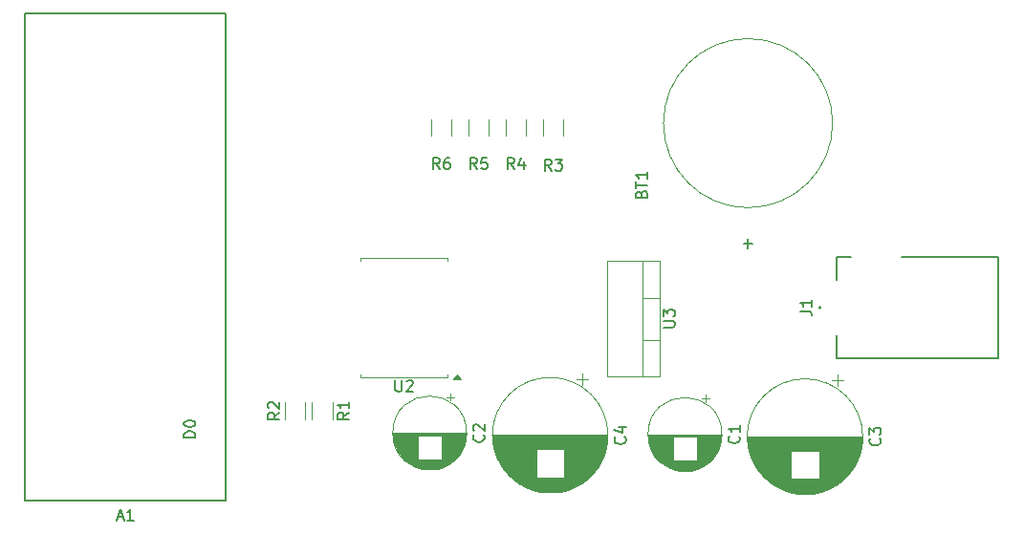
<source format=gbr>
%TF.GenerationSoftware,KiCad,Pcbnew,9.0.1*%
%TF.CreationDate,2025-06-17T23:00:35+08:00*%
%TF.ProjectId,EpochCounter,45706f63-6843-46f7-956e-7465722e6b69,rev?*%
%TF.SameCoordinates,Original*%
%TF.FileFunction,Legend,Top*%
%TF.FilePolarity,Positive*%
%FSLAX46Y46*%
G04 Gerber Fmt 4.6, Leading zero omitted, Abs format (unit mm)*
G04 Created by KiCad (PCBNEW 9.0.1) date 2025-06-17 23:00:35*
%MOMM*%
%LPD*%
G01*
G04 APERTURE LIST*
%ADD10C,0.150000*%
%ADD11C,0.127000*%
%ADD12C,0.100000*%
%ADD13C,0.120000*%
%ADD14C,0.200000*%
G04 APERTURE END LIST*
D10*
X164510609Y-97917114D02*
X164558228Y-97774257D01*
X164558228Y-97774257D02*
X164605847Y-97726638D01*
X164605847Y-97726638D02*
X164701085Y-97679019D01*
X164701085Y-97679019D02*
X164843942Y-97679019D01*
X164843942Y-97679019D02*
X164939180Y-97726638D01*
X164939180Y-97726638D02*
X164986800Y-97774257D01*
X164986800Y-97774257D02*
X165034419Y-97869495D01*
X165034419Y-97869495D02*
X165034419Y-98250447D01*
X165034419Y-98250447D02*
X164034419Y-98250447D01*
X164034419Y-98250447D02*
X164034419Y-97917114D01*
X164034419Y-97917114D02*
X164082038Y-97821876D01*
X164082038Y-97821876D02*
X164129657Y-97774257D01*
X164129657Y-97774257D02*
X164224895Y-97726638D01*
X164224895Y-97726638D02*
X164320133Y-97726638D01*
X164320133Y-97726638D02*
X164415371Y-97774257D01*
X164415371Y-97774257D02*
X164462990Y-97821876D01*
X164462990Y-97821876D02*
X164510609Y-97917114D01*
X164510609Y-97917114D02*
X164510609Y-98250447D01*
X164034419Y-97393304D02*
X164034419Y-96821876D01*
X165034419Y-97107590D02*
X164034419Y-97107590D01*
X165034419Y-95964733D02*
X165034419Y-96536161D01*
X165034419Y-96250447D02*
X164034419Y-96250447D01*
X164034419Y-96250447D02*
X164177276Y-96345685D01*
X164177276Y-96345685D02*
X164272514Y-96440923D01*
X164272514Y-96440923D02*
X164320133Y-96536161D01*
X163049580Y-119448989D02*
X163097200Y-119496608D01*
X163097200Y-119496608D02*
X163144819Y-119639465D01*
X163144819Y-119639465D02*
X163144819Y-119734703D01*
X163144819Y-119734703D02*
X163097200Y-119877560D01*
X163097200Y-119877560D02*
X163001961Y-119972798D01*
X163001961Y-119972798D02*
X162906723Y-120020417D01*
X162906723Y-120020417D02*
X162716247Y-120068036D01*
X162716247Y-120068036D02*
X162573390Y-120068036D01*
X162573390Y-120068036D02*
X162382914Y-120020417D01*
X162382914Y-120020417D02*
X162287676Y-119972798D01*
X162287676Y-119972798D02*
X162192438Y-119877560D01*
X162192438Y-119877560D02*
X162144819Y-119734703D01*
X162144819Y-119734703D02*
X162144819Y-119639465D01*
X162144819Y-119639465D02*
X162192438Y-119496608D01*
X162192438Y-119496608D02*
X162240057Y-119448989D01*
X162478152Y-118591846D02*
X163144819Y-118591846D01*
X162097200Y-118829941D02*
X162811485Y-119068036D01*
X162811485Y-119068036D02*
X162811485Y-118448989D01*
X173137580Y-119384287D02*
X173185200Y-119431906D01*
X173185200Y-119431906D02*
X173232819Y-119574763D01*
X173232819Y-119574763D02*
X173232819Y-119670001D01*
X173232819Y-119670001D02*
X173185200Y-119812858D01*
X173185200Y-119812858D02*
X173089961Y-119908096D01*
X173089961Y-119908096D02*
X172994723Y-119955715D01*
X172994723Y-119955715D02*
X172804247Y-120003334D01*
X172804247Y-120003334D02*
X172661390Y-120003334D01*
X172661390Y-120003334D02*
X172470914Y-119955715D01*
X172470914Y-119955715D02*
X172375676Y-119908096D01*
X172375676Y-119908096D02*
X172280438Y-119812858D01*
X172280438Y-119812858D02*
X172232819Y-119670001D01*
X172232819Y-119670001D02*
X172232819Y-119574763D01*
X172232819Y-119574763D02*
X172280438Y-119431906D01*
X172280438Y-119431906D02*
X172328057Y-119384287D01*
X173232819Y-118431906D02*
X173232819Y-119003334D01*
X173232819Y-118717620D02*
X172232819Y-118717620D01*
X172232819Y-118717620D02*
X172375676Y-118812858D01*
X172375676Y-118812858D02*
X172470914Y-118908096D01*
X172470914Y-118908096D02*
X172518533Y-119003334D01*
X146645333Y-95704819D02*
X146312000Y-95228628D01*
X146073905Y-95704819D02*
X146073905Y-94704819D01*
X146073905Y-94704819D02*
X146454857Y-94704819D01*
X146454857Y-94704819D02*
X146550095Y-94752438D01*
X146550095Y-94752438D02*
X146597714Y-94800057D01*
X146597714Y-94800057D02*
X146645333Y-94895295D01*
X146645333Y-94895295D02*
X146645333Y-95038152D01*
X146645333Y-95038152D02*
X146597714Y-95133390D01*
X146597714Y-95133390D02*
X146550095Y-95181009D01*
X146550095Y-95181009D02*
X146454857Y-95228628D01*
X146454857Y-95228628D02*
X146073905Y-95228628D01*
X147502476Y-94704819D02*
X147312000Y-94704819D01*
X147312000Y-94704819D02*
X147216762Y-94752438D01*
X147216762Y-94752438D02*
X147169143Y-94800057D01*
X147169143Y-94800057D02*
X147073905Y-94942914D01*
X147073905Y-94942914D02*
X147026286Y-95133390D01*
X147026286Y-95133390D02*
X147026286Y-95514342D01*
X147026286Y-95514342D02*
X147073905Y-95609580D01*
X147073905Y-95609580D02*
X147121524Y-95657200D01*
X147121524Y-95657200D02*
X147216762Y-95704819D01*
X147216762Y-95704819D02*
X147407238Y-95704819D01*
X147407238Y-95704819D02*
X147502476Y-95657200D01*
X147502476Y-95657200D02*
X147550095Y-95609580D01*
X147550095Y-95609580D02*
X147597714Y-95514342D01*
X147597714Y-95514342D02*
X147597714Y-95276247D01*
X147597714Y-95276247D02*
X147550095Y-95181009D01*
X147550095Y-95181009D02*
X147502476Y-95133390D01*
X147502476Y-95133390D02*
X147407238Y-95085771D01*
X147407238Y-95085771D02*
X147216762Y-95085771D01*
X147216762Y-95085771D02*
X147121524Y-95133390D01*
X147121524Y-95133390D02*
X147073905Y-95181009D01*
X147073905Y-95181009D02*
X147026286Y-95276247D01*
X185612580Y-119575989D02*
X185660200Y-119623608D01*
X185660200Y-119623608D02*
X185707819Y-119766465D01*
X185707819Y-119766465D02*
X185707819Y-119861703D01*
X185707819Y-119861703D02*
X185660200Y-120004560D01*
X185660200Y-120004560D02*
X185564961Y-120099798D01*
X185564961Y-120099798D02*
X185469723Y-120147417D01*
X185469723Y-120147417D02*
X185279247Y-120195036D01*
X185279247Y-120195036D02*
X185136390Y-120195036D01*
X185136390Y-120195036D02*
X184945914Y-120147417D01*
X184945914Y-120147417D02*
X184850676Y-120099798D01*
X184850676Y-120099798D02*
X184755438Y-120004560D01*
X184755438Y-120004560D02*
X184707819Y-119861703D01*
X184707819Y-119861703D02*
X184707819Y-119766465D01*
X184707819Y-119766465D02*
X184755438Y-119623608D01*
X184755438Y-119623608D02*
X184803057Y-119575989D01*
X184707819Y-119242655D02*
X184707819Y-118623608D01*
X184707819Y-118623608D02*
X185088771Y-118956941D01*
X185088771Y-118956941D02*
X185088771Y-118814084D01*
X185088771Y-118814084D02*
X185136390Y-118718846D01*
X185136390Y-118718846D02*
X185184009Y-118671227D01*
X185184009Y-118671227D02*
X185279247Y-118623608D01*
X185279247Y-118623608D02*
X185517342Y-118623608D01*
X185517342Y-118623608D02*
X185612580Y-118671227D01*
X185612580Y-118671227D02*
X185660200Y-118718846D01*
X185660200Y-118718846D02*
X185707819Y-118814084D01*
X185707819Y-118814084D02*
X185707819Y-119099798D01*
X185707819Y-119099798D02*
X185660200Y-119195036D01*
X185660200Y-119195036D02*
X185612580Y-119242655D01*
X166459819Y-109727904D02*
X167269342Y-109727904D01*
X167269342Y-109727904D02*
X167364580Y-109680285D01*
X167364580Y-109680285D02*
X167412200Y-109632666D01*
X167412200Y-109632666D02*
X167459819Y-109537428D01*
X167459819Y-109537428D02*
X167459819Y-109346952D01*
X167459819Y-109346952D02*
X167412200Y-109251714D01*
X167412200Y-109251714D02*
X167364580Y-109204095D01*
X167364580Y-109204095D02*
X167269342Y-109156476D01*
X167269342Y-109156476D02*
X166459819Y-109156476D01*
X166459819Y-108775523D02*
X166459819Y-108156476D01*
X166459819Y-108156476D02*
X166840771Y-108489809D01*
X166840771Y-108489809D02*
X166840771Y-108346952D01*
X166840771Y-108346952D02*
X166888390Y-108251714D01*
X166888390Y-108251714D02*
X166936009Y-108204095D01*
X166936009Y-108204095D02*
X167031247Y-108156476D01*
X167031247Y-108156476D02*
X167269342Y-108156476D01*
X167269342Y-108156476D02*
X167364580Y-108204095D01*
X167364580Y-108204095D02*
X167412200Y-108251714D01*
X167412200Y-108251714D02*
X167459819Y-108346952D01*
X167459819Y-108346952D02*
X167459819Y-108632666D01*
X167459819Y-108632666D02*
X167412200Y-108727904D01*
X167412200Y-108727904D02*
X167364580Y-108775523D01*
X138606819Y-117284666D02*
X138130628Y-117617999D01*
X138606819Y-117856094D02*
X137606819Y-117856094D01*
X137606819Y-117856094D02*
X137606819Y-117475142D01*
X137606819Y-117475142D02*
X137654438Y-117379904D01*
X137654438Y-117379904D02*
X137702057Y-117332285D01*
X137702057Y-117332285D02*
X137797295Y-117284666D01*
X137797295Y-117284666D02*
X137940152Y-117284666D01*
X137940152Y-117284666D02*
X138035390Y-117332285D01*
X138035390Y-117332285D02*
X138083009Y-117379904D01*
X138083009Y-117379904D02*
X138130628Y-117475142D01*
X138130628Y-117475142D02*
X138130628Y-117856094D01*
X138606819Y-116332285D02*
X138606819Y-116903713D01*
X138606819Y-116617999D02*
X137606819Y-116617999D01*
X137606819Y-116617999D02*
X137749676Y-116713237D01*
X137749676Y-116713237D02*
X137844914Y-116808475D01*
X137844914Y-116808475D02*
X137892533Y-116903713D01*
X142724095Y-114417819D02*
X142724095Y-115227342D01*
X142724095Y-115227342D02*
X142771714Y-115322580D01*
X142771714Y-115322580D02*
X142819333Y-115370200D01*
X142819333Y-115370200D02*
X142914571Y-115417819D01*
X142914571Y-115417819D02*
X143105047Y-115417819D01*
X143105047Y-115417819D02*
X143200285Y-115370200D01*
X143200285Y-115370200D02*
X143247904Y-115322580D01*
X143247904Y-115322580D02*
X143295523Y-115227342D01*
X143295523Y-115227342D02*
X143295523Y-114417819D01*
X143724095Y-114513057D02*
X143771714Y-114465438D01*
X143771714Y-114465438D02*
X143866952Y-114417819D01*
X143866952Y-114417819D02*
X144105047Y-114417819D01*
X144105047Y-114417819D02*
X144200285Y-114465438D01*
X144200285Y-114465438D02*
X144247904Y-114513057D01*
X144247904Y-114513057D02*
X144295523Y-114608295D01*
X144295523Y-114608295D02*
X144295523Y-114703533D01*
X144295523Y-114703533D02*
X144247904Y-114846390D01*
X144247904Y-114846390D02*
X143676476Y-115417819D01*
X143676476Y-115417819D02*
X144295523Y-115417819D01*
X149947333Y-95704819D02*
X149614000Y-95228628D01*
X149375905Y-95704819D02*
X149375905Y-94704819D01*
X149375905Y-94704819D02*
X149756857Y-94704819D01*
X149756857Y-94704819D02*
X149852095Y-94752438D01*
X149852095Y-94752438D02*
X149899714Y-94800057D01*
X149899714Y-94800057D02*
X149947333Y-94895295D01*
X149947333Y-94895295D02*
X149947333Y-95038152D01*
X149947333Y-95038152D02*
X149899714Y-95133390D01*
X149899714Y-95133390D02*
X149852095Y-95181009D01*
X149852095Y-95181009D02*
X149756857Y-95228628D01*
X149756857Y-95228628D02*
X149375905Y-95228628D01*
X150852095Y-94704819D02*
X150375905Y-94704819D01*
X150375905Y-94704819D02*
X150328286Y-95181009D01*
X150328286Y-95181009D02*
X150375905Y-95133390D01*
X150375905Y-95133390D02*
X150471143Y-95085771D01*
X150471143Y-95085771D02*
X150709238Y-95085771D01*
X150709238Y-95085771D02*
X150804476Y-95133390D01*
X150804476Y-95133390D02*
X150852095Y-95181009D01*
X150852095Y-95181009D02*
X150899714Y-95276247D01*
X150899714Y-95276247D02*
X150899714Y-95514342D01*
X150899714Y-95514342D02*
X150852095Y-95609580D01*
X150852095Y-95609580D02*
X150804476Y-95657200D01*
X150804476Y-95657200D02*
X150709238Y-95704819D01*
X150709238Y-95704819D02*
X150471143Y-95704819D01*
X150471143Y-95704819D02*
X150375905Y-95657200D01*
X150375905Y-95657200D02*
X150328286Y-95609580D01*
X118133714Y-126558104D02*
X118609904Y-126558104D01*
X118038476Y-126843819D02*
X118371809Y-125843819D01*
X118371809Y-125843819D02*
X118705142Y-126843819D01*
X119562285Y-126843819D02*
X118990857Y-126843819D01*
X119276571Y-126843819D02*
X119276571Y-125843819D01*
X119276571Y-125843819D02*
X119181333Y-125986676D01*
X119181333Y-125986676D02*
X119086095Y-126081914D01*
X119086095Y-126081914D02*
X118990857Y-126129533D01*
X125017819Y-119507094D02*
X124017819Y-119507094D01*
X124017819Y-119507094D02*
X124017819Y-119268999D01*
X124017819Y-119268999D02*
X124065438Y-119126142D01*
X124065438Y-119126142D02*
X124160676Y-119030904D01*
X124160676Y-119030904D02*
X124255914Y-118983285D01*
X124255914Y-118983285D02*
X124446390Y-118935666D01*
X124446390Y-118935666D02*
X124589247Y-118935666D01*
X124589247Y-118935666D02*
X124779723Y-118983285D01*
X124779723Y-118983285D02*
X124874961Y-119030904D01*
X124874961Y-119030904D02*
X124970200Y-119126142D01*
X124970200Y-119126142D02*
X125017819Y-119268999D01*
X125017819Y-119268999D02*
X125017819Y-119507094D01*
X124017819Y-118316618D02*
X124017819Y-118221380D01*
X124017819Y-118221380D02*
X124065438Y-118126142D01*
X124065438Y-118126142D02*
X124113057Y-118078523D01*
X124113057Y-118078523D02*
X124208295Y-118030904D01*
X124208295Y-118030904D02*
X124398771Y-117983285D01*
X124398771Y-117983285D02*
X124636866Y-117983285D01*
X124636866Y-117983285D02*
X124827342Y-118030904D01*
X124827342Y-118030904D02*
X124922580Y-118078523D01*
X124922580Y-118078523D02*
X124970200Y-118126142D01*
X124970200Y-118126142D02*
X125017819Y-118221380D01*
X125017819Y-118221380D02*
X125017819Y-118316618D01*
X125017819Y-118316618D02*
X124970200Y-118411856D01*
X124970200Y-118411856D02*
X124922580Y-118459475D01*
X124922580Y-118459475D02*
X124827342Y-118507094D01*
X124827342Y-118507094D02*
X124636866Y-118554713D01*
X124636866Y-118554713D02*
X124398771Y-118554713D01*
X124398771Y-118554713D02*
X124208295Y-118507094D01*
X124208295Y-118507094D02*
X124113057Y-118459475D01*
X124113057Y-118459475D02*
X124065438Y-118411856D01*
X124065438Y-118411856D02*
X124017819Y-118316618D01*
X132458819Y-117284666D02*
X131982628Y-117617999D01*
X132458819Y-117856094D02*
X131458819Y-117856094D01*
X131458819Y-117856094D02*
X131458819Y-117475142D01*
X131458819Y-117475142D02*
X131506438Y-117379904D01*
X131506438Y-117379904D02*
X131554057Y-117332285D01*
X131554057Y-117332285D02*
X131649295Y-117284666D01*
X131649295Y-117284666D02*
X131792152Y-117284666D01*
X131792152Y-117284666D02*
X131887390Y-117332285D01*
X131887390Y-117332285D02*
X131935009Y-117379904D01*
X131935009Y-117379904D02*
X131982628Y-117475142D01*
X131982628Y-117475142D02*
X131982628Y-117856094D01*
X131554057Y-116903713D02*
X131506438Y-116856094D01*
X131506438Y-116856094D02*
X131458819Y-116760856D01*
X131458819Y-116760856D02*
X131458819Y-116522761D01*
X131458819Y-116522761D02*
X131506438Y-116427523D01*
X131506438Y-116427523D02*
X131554057Y-116379904D01*
X131554057Y-116379904D02*
X131649295Y-116332285D01*
X131649295Y-116332285D02*
X131744533Y-116332285D01*
X131744533Y-116332285D02*
X131887390Y-116379904D01*
X131887390Y-116379904D02*
X132458819Y-116951332D01*
X132458819Y-116951332D02*
X132458819Y-116332285D01*
X156551333Y-95831819D02*
X156218000Y-95355628D01*
X155979905Y-95831819D02*
X155979905Y-94831819D01*
X155979905Y-94831819D02*
X156360857Y-94831819D01*
X156360857Y-94831819D02*
X156456095Y-94879438D01*
X156456095Y-94879438D02*
X156503714Y-94927057D01*
X156503714Y-94927057D02*
X156551333Y-95022295D01*
X156551333Y-95022295D02*
X156551333Y-95165152D01*
X156551333Y-95165152D02*
X156503714Y-95260390D01*
X156503714Y-95260390D02*
X156456095Y-95308009D01*
X156456095Y-95308009D02*
X156360857Y-95355628D01*
X156360857Y-95355628D02*
X155979905Y-95355628D01*
X156884667Y-94831819D02*
X157503714Y-94831819D01*
X157503714Y-94831819D02*
X157170381Y-95212771D01*
X157170381Y-95212771D02*
X157313238Y-95212771D01*
X157313238Y-95212771D02*
X157408476Y-95260390D01*
X157408476Y-95260390D02*
X157456095Y-95308009D01*
X157456095Y-95308009D02*
X157503714Y-95403247D01*
X157503714Y-95403247D02*
X157503714Y-95641342D01*
X157503714Y-95641342D02*
X157456095Y-95736580D01*
X157456095Y-95736580D02*
X157408476Y-95784200D01*
X157408476Y-95784200D02*
X157313238Y-95831819D01*
X157313238Y-95831819D02*
X157027524Y-95831819D01*
X157027524Y-95831819D02*
X156932286Y-95784200D01*
X156932286Y-95784200D02*
X156884667Y-95736580D01*
X150531580Y-119257287D02*
X150579200Y-119304906D01*
X150579200Y-119304906D02*
X150626819Y-119447763D01*
X150626819Y-119447763D02*
X150626819Y-119543001D01*
X150626819Y-119543001D02*
X150579200Y-119685858D01*
X150579200Y-119685858D02*
X150483961Y-119781096D01*
X150483961Y-119781096D02*
X150388723Y-119828715D01*
X150388723Y-119828715D02*
X150198247Y-119876334D01*
X150198247Y-119876334D02*
X150055390Y-119876334D01*
X150055390Y-119876334D02*
X149864914Y-119828715D01*
X149864914Y-119828715D02*
X149769676Y-119781096D01*
X149769676Y-119781096D02*
X149674438Y-119685858D01*
X149674438Y-119685858D02*
X149626819Y-119543001D01*
X149626819Y-119543001D02*
X149626819Y-119447763D01*
X149626819Y-119447763D02*
X149674438Y-119304906D01*
X149674438Y-119304906D02*
X149722057Y-119257287D01*
X149722057Y-118876334D02*
X149674438Y-118828715D01*
X149674438Y-118828715D02*
X149626819Y-118733477D01*
X149626819Y-118733477D02*
X149626819Y-118495382D01*
X149626819Y-118495382D02*
X149674438Y-118400144D01*
X149674438Y-118400144D02*
X149722057Y-118352525D01*
X149722057Y-118352525D02*
X149817295Y-118304906D01*
X149817295Y-118304906D02*
X149912533Y-118304906D01*
X149912533Y-118304906D02*
X150055390Y-118352525D01*
X150055390Y-118352525D02*
X150626819Y-118923953D01*
X150626819Y-118923953D02*
X150626819Y-118304906D01*
X153249333Y-95704819D02*
X152916000Y-95228628D01*
X152677905Y-95704819D02*
X152677905Y-94704819D01*
X152677905Y-94704819D02*
X153058857Y-94704819D01*
X153058857Y-94704819D02*
X153154095Y-94752438D01*
X153154095Y-94752438D02*
X153201714Y-94800057D01*
X153201714Y-94800057D02*
X153249333Y-94895295D01*
X153249333Y-94895295D02*
X153249333Y-95038152D01*
X153249333Y-95038152D02*
X153201714Y-95133390D01*
X153201714Y-95133390D02*
X153154095Y-95181009D01*
X153154095Y-95181009D02*
X153058857Y-95228628D01*
X153058857Y-95228628D02*
X152677905Y-95228628D01*
X154106476Y-95038152D02*
X154106476Y-95704819D01*
X153868381Y-94657200D02*
X153630286Y-95371485D01*
X153630286Y-95371485D02*
X154249333Y-95371485D01*
X178574319Y-108283333D02*
X179288604Y-108283333D01*
X179288604Y-108283333D02*
X179431461Y-108330952D01*
X179431461Y-108330952D02*
X179526700Y-108426190D01*
X179526700Y-108426190D02*
X179574319Y-108569047D01*
X179574319Y-108569047D02*
X179574319Y-108664285D01*
X179574319Y-107283333D02*
X179574319Y-107854761D01*
X179574319Y-107569047D02*
X178574319Y-107569047D01*
X178574319Y-107569047D02*
X178717176Y-107664285D01*
X178717176Y-107664285D02*
X178812414Y-107759523D01*
X178812414Y-107759523D02*
X178860033Y-107854761D01*
D11*
%TO.C,BT1*%
X173964600Y-102699000D02*
X173964600Y-101899000D01*
X173564600Y-102299000D02*
X174364600Y-102299000D01*
D12*
X181457600Y-91631000D02*
G75*
G02*
X166471600Y-91631000I-7493000J0D01*
G01*
X166471600Y-91631000D02*
G75*
G02*
X181457600Y-91631000I7493000J0D01*
G01*
D13*
%TO.C,C4*%
X155200000Y-120562323D02*
X151523000Y-120562323D01*
X155200000Y-120602323D02*
X151533000Y-120602323D01*
X155200000Y-120642323D02*
X151544000Y-120642323D01*
X155200000Y-120682323D02*
X151555000Y-120682323D01*
X155200000Y-120722323D02*
X151567000Y-120722323D01*
X155200000Y-120762323D02*
X151579000Y-120762323D01*
X155200000Y-120802323D02*
X151591000Y-120802323D01*
X155200000Y-120842323D02*
X151603000Y-120842323D01*
X155200000Y-120882323D02*
X151616000Y-120882323D01*
X155200000Y-120922323D02*
X151630000Y-120922323D01*
X155200000Y-120962323D02*
X151643000Y-120962323D01*
X155200000Y-121002323D02*
X151658000Y-121002323D01*
X155200000Y-121042323D02*
X151672000Y-121042323D01*
X155200000Y-121082323D02*
X151687000Y-121082323D01*
X155200000Y-121122323D02*
X151702000Y-121122323D01*
X155200000Y-121162323D02*
X151718000Y-121162323D01*
X155200000Y-121202323D02*
X151734000Y-121202323D01*
X155200000Y-121242323D02*
X151750000Y-121242323D01*
X155200000Y-121282323D02*
X151767000Y-121282323D01*
X155200000Y-121322323D02*
X151784000Y-121322323D01*
X155200000Y-121362323D02*
X151802000Y-121362323D01*
X155200000Y-121402323D02*
X151820000Y-121402323D01*
X155200000Y-121442323D02*
X151838000Y-121442323D01*
X155200000Y-121482323D02*
X151857000Y-121482323D01*
X155200000Y-121522323D02*
X151876000Y-121522323D01*
X155200000Y-121562323D02*
X151896000Y-121562323D01*
X155200000Y-121602323D02*
X151916000Y-121602323D01*
X155200000Y-121642323D02*
X151936000Y-121642323D01*
X155200000Y-121682323D02*
X151957000Y-121682323D01*
X155200000Y-121722323D02*
X151979000Y-121722323D01*
X155200000Y-121762323D02*
X152001000Y-121762323D01*
X155200000Y-121802323D02*
X152023000Y-121802323D01*
X155200000Y-121842323D02*
X152046000Y-121842323D01*
X155200000Y-121882323D02*
X152069000Y-121882323D01*
X155200000Y-121922323D02*
X152093000Y-121922323D01*
X155200000Y-121962323D02*
X152117000Y-121962323D01*
X155200000Y-122002323D02*
X152142000Y-122002323D01*
X155200000Y-122042323D02*
X152168000Y-122042323D01*
X155200000Y-122082323D02*
X152193000Y-122082323D01*
X155200000Y-122122323D02*
X152220000Y-122122323D01*
X155200000Y-122162323D02*
X152247000Y-122162323D01*
X155200000Y-122202323D02*
X152274000Y-122202323D01*
X155200000Y-122242323D02*
X152302000Y-122242323D01*
X155200000Y-122282323D02*
X152331000Y-122282323D01*
X155200000Y-122322323D02*
X152360000Y-122322323D01*
X155200000Y-122362323D02*
X152390000Y-122362323D01*
X155200000Y-122402323D02*
X152420000Y-122402323D01*
X155200000Y-122442323D02*
X152452000Y-122442323D01*
X155200000Y-122482323D02*
X152483000Y-122482323D01*
X155200000Y-122522323D02*
X152516000Y-122522323D01*
X155200000Y-122562323D02*
X152549000Y-122562323D01*
X155200000Y-122602323D02*
X152582000Y-122602323D01*
X155200000Y-122642323D02*
X152617000Y-122642323D01*
X155200000Y-122682323D02*
X152652000Y-122682323D01*
X155200000Y-122722323D02*
X152688000Y-122722323D01*
X155200000Y-122762323D02*
X152724000Y-122762323D01*
X155200000Y-122802323D02*
X152762000Y-122802323D01*
X155200000Y-122842323D02*
X152800000Y-122842323D01*
X155200000Y-122882323D02*
X152839000Y-122882323D01*
X155200000Y-122922323D02*
X152879000Y-122922323D01*
X155200000Y-122962323D02*
X152920000Y-122962323D01*
X155200000Y-123002323D02*
X152962000Y-123002323D01*
X157039000Y-124362323D02*
X155841000Y-124362323D01*
X157302000Y-124322323D02*
X155578000Y-124322323D01*
X157502000Y-124282323D02*
X155378000Y-124282323D01*
X157670000Y-124242323D02*
X155210000Y-124242323D01*
X157817000Y-124202323D02*
X155063000Y-124202323D01*
X157949000Y-124162323D02*
X154931000Y-124162323D01*
X158070000Y-124122323D02*
X154810000Y-124122323D01*
X158182000Y-124082323D02*
X154698000Y-124082323D01*
X158286000Y-124042323D02*
X154594000Y-124042323D01*
X158384000Y-124002323D02*
X154496000Y-124002323D01*
X158477000Y-123962323D02*
X154403000Y-123962323D01*
X158564000Y-123922323D02*
X154316000Y-123922323D01*
X158648000Y-123882323D02*
X154232000Y-123882323D01*
X158728000Y-123842323D02*
X154152000Y-123842323D01*
X158805000Y-123802323D02*
X154075000Y-123802323D01*
X158879000Y-123762323D02*
X154001000Y-123762323D01*
X158950000Y-123722323D02*
X153930000Y-123722323D01*
X159018000Y-123682323D02*
X153862000Y-123682323D01*
X159084000Y-123642323D02*
X153796000Y-123642323D01*
X159148000Y-123602323D02*
X153732000Y-123602323D01*
X159210000Y-123562323D02*
X153670000Y-123562323D01*
X159270000Y-123522323D02*
X153610000Y-123522323D01*
X159315000Y-113802677D02*
X159315000Y-114802677D01*
X159328000Y-123482323D02*
X153552000Y-123482323D01*
X159385000Y-123442323D02*
X153495000Y-123442323D01*
X159440000Y-123402323D02*
X153440000Y-123402323D01*
X159493000Y-123362323D02*
X153387000Y-123362323D01*
X159545000Y-123322323D02*
X153335000Y-123322323D01*
X159596000Y-123282323D02*
X153284000Y-123282323D01*
X159645000Y-123242323D02*
X153235000Y-123242323D01*
X159694000Y-123202323D02*
X153186000Y-123202323D01*
X159741000Y-123162323D02*
X153139000Y-123162323D01*
X159787000Y-123122323D02*
X153093000Y-123122323D01*
X159815000Y-114302677D02*
X158815000Y-114302677D01*
X159831000Y-123082323D02*
X153049000Y-123082323D01*
X159875000Y-123042323D02*
X153005000Y-123042323D01*
X159918000Y-123002323D02*
X157680000Y-123002323D01*
X159960000Y-122962323D02*
X157680000Y-122962323D01*
X160001000Y-122922323D02*
X157680000Y-122922323D01*
X160041000Y-122882323D02*
X157680000Y-122882323D01*
X160080000Y-122842323D02*
X157680000Y-122842323D01*
X160118000Y-122802323D02*
X157680000Y-122802323D01*
X160156000Y-122762323D02*
X157680000Y-122762323D01*
X160192000Y-122722323D02*
X157680000Y-122722323D01*
X160228000Y-122682323D02*
X157680000Y-122682323D01*
X160263000Y-122642323D02*
X157680000Y-122642323D01*
X160298000Y-122602323D02*
X157680000Y-122602323D01*
X160331000Y-122562323D02*
X157680000Y-122562323D01*
X160364000Y-122522323D02*
X157680000Y-122522323D01*
X160397000Y-122482323D02*
X157680000Y-122482323D01*
X160428000Y-122442323D02*
X157680000Y-122442323D01*
X160460000Y-122402323D02*
X157680000Y-122402323D01*
X160490000Y-122362323D02*
X157680000Y-122362323D01*
X160520000Y-122322323D02*
X157680000Y-122322323D01*
X160549000Y-122282323D02*
X157680000Y-122282323D01*
X160578000Y-122242323D02*
X157680000Y-122242323D01*
X160606000Y-122202323D02*
X157680000Y-122202323D01*
X160633000Y-122162323D02*
X157680000Y-122162323D01*
X160660000Y-122122323D02*
X157680000Y-122122323D01*
X160687000Y-122082323D02*
X157680000Y-122082323D01*
X160712000Y-122042323D02*
X157680000Y-122042323D01*
X160738000Y-122002323D02*
X157680000Y-122002323D01*
X160763000Y-121962323D02*
X157680000Y-121962323D01*
X160787000Y-121922323D02*
X157680000Y-121922323D01*
X160811000Y-121882323D02*
X157680000Y-121882323D01*
X160834000Y-121842323D02*
X157680000Y-121842323D01*
X160857000Y-121802323D02*
X157680000Y-121802323D01*
X160879000Y-121762323D02*
X157680000Y-121762323D01*
X160901000Y-121722323D02*
X157680000Y-121722323D01*
X160923000Y-121682323D02*
X157680000Y-121682323D01*
X160944000Y-121642323D02*
X157680000Y-121642323D01*
X160964000Y-121602323D02*
X157680000Y-121602323D01*
X160984000Y-121562323D02*
X157680000Y-121562323D01*
X161004000Y-121522323D02*
X157680000Y-121522323D01*
X161023000Y-121482323D02*
X157680000Y-121482323D01*
X161042000Y-121442323D02*
X157680000Y-121442323D01*
X161060000Y-121402323D02*
X157680000Y-121402323D01*
X161078000Y-121362323D02*
X157680000Y-121362323D01*
X161096000Y-121322323D02*
X157680000Y-121322323D01*
X161113000Y-121282323D02*
X157680000Y-121282323D01*
X161130000Y-121242323D02*
X157680000Y-121242323D01*
X161146000Y-121202323D02*
X157680000Y-121202323D01*
X161162000Y-121162323D02*
X157680000Y-121162323D01*
X161178000Y-121122323D02*
X157680000Y-121122323D01*
X161193000Y-121082323D02*
X157680000Y-121082323D01*
X161208000Y-121042323D02*
X157680000Y-121042323D01*
X161222000Y-121002323D02*
X157680000Y-121002323D01*
X161237000Y-120962323D02*
X157680000Y-120962323D01*
X161250000Y-120922323D02*
X157680000Y-120922323D01*
X161264000Y-120882323D02*
X157680000Y-120882323D01*
X161277000Y-120842323D02*
X157680000Y-120842323D01*
X161289000Y-120802323D02*
X157680000Y-120802323D01*
X161301000Y-120762323D02*
X157680000Y-120762323D01*
X161313000Y-120722323D02*
X157680000Y-120722323D01*
X161325000Y-120682323D02*
X157680000Y-120682323D01*
X161336000Y-120642323D02*
X157680000Y-120642323D01*
X161347000Y-120602323D02*
X157680000Y-120602323D01*
X161357000Y-120562323D02*
X157680000Y-120562323D01*
X161368000Y-120522323D02*
X151512000Y-120522323D01*
X161377000Y-120482323D02*
X151503000Y-120482323D01*
X161387000Y-120442323D02*
X151493000Y-120442323D01*
X161396000Y-120402323D02*
X151484000Y-120402323D01*
X161405000Y-120362323D02*
X151475000Y-120362323D01*
X161413000Y-120322323D02*
X151467000Y-120322323D01*
X161421000Y-120282323D02*
X151459000Y-120282323D01*
X161429000Y-120242323D02*
X151451000Y-120242323D01*
X161437000Y-120202323D02*
X151443000Y-120202323D01*
X161444000Y-120162323D02*
X151436000Y-120162323D01*
X161451000Y-120122323D02*
X151429000Y-120122323D01*
X161457000Y-120082323D02*
X151423000Y-120082323D01*
X161463000Y-120042323D02*
X151417000Y-120042323D01*
X161469000Y-120002323D02*
X151411000Y-120002323D01*
X161475000Y-119962323D02*
X151405000Y-119962323D01*
X161480000Y-119922323D02*
X151400000Y-119922323D01*
X161485000Y-119882323D02*
X151395000Y-119882323D01*
X161489000Y-119842323D02*
X151391000Y-119842323D01*
X161494000Y-119802323D02*
X151386000Y-119802323D01*
X161497000Y-119762323D02*
X151383000Y-119762323D01*
X161501000Y-119722323D02*
X151379000Y-119722323D01*
X161504000Y-119682323D02*
X151376000Y-119682323D01*
X161507000Y-119642323D02*
X151373000Y-119642323D01*
X161510000Y-119602323D02*
X151370000Y-119602323D01*
X161512000Y-119562323D02*
X151368000Y-119562323D01*
X161514000Y-119522323D02*
X151366000Y-119522323D01*
X161516000Y-119482323D02*
X151364000Y-119482323D01*
X161517000Y-119442323D02*
X151363000Y-119442323D01*
X161519000Y-119362323D02*
X151361000Y-119362323D01*
X161519000Y-119402323D02*
X151361000Y-119402323D01*
X161520000Y-119282323D02*
X151360000Y-119282323D01*
X161520000Y-119322323D02*
X151360000Y-119322323D01*
X161560000Y-119282323D02*
G75*
G02*
X151320000Y-119282323I-5120000J0D01*
G01*
X151320000Y-119282323D02*
G75*
G02*
X161560000Y-119282323I5120000J0D01*
G01*
%TO.C,C1*%
X167338000Y-119457621D02*
X165157000Y-119457621D01*
X167338000Y-119497621D02*
X165160000Y-119497621D01*
X167338000Y-119537621D02*
X165164000Y-119537621D01*
X167338000Y-119577621D02*
X165168000Y-119577621D01*
X167338000Y-119617621D02*
X165173000Y-119617621D01*
X167338000Y-119657621D02*
X165178000Y-119657621D01*
X167338000Y-119697621D02*
X165183000Y-119697621D01*
X167338000Y-119737621D02*
X165190000Y-119737621D01*
X167338000Y-119777621D02*
X165196000Y-119777621D01*
X167338000Y-119817621D02*
X165204000Y-119817621D01*
X167338000Y-119857621D02*
X165211000Y-119857621D01*
X167338000Y-119897621D02*
X165219000Y-119897621D01*
X167338000Y-119937621D02*
X165228000Y-119937621D01*
X167338000Y-119977621D02*
X165238000Y-119977621D01*
X167338000Y-120017621D02*
X165247000Y-120017621D01*
X167338000Y-120057621D02*
X165258000Y-120057621D01*
X167338000Y-120097621D02*
X165269000Y-120097621D01*
X167338000Y-120137621D02*
X165280000Y-120137621D01*
X167338000Y-120177621D02*
X165292000Y-120177621D01*
X167338000Y-120217621D02*
X165305000Y-120217621D01*
X167338000Y-120257621D02*
X165318000Y-120257621D01*
X167338000Y-120297621D02*
X165331000Y-120297621D01*
X167338000Y-120337621D02*
X165346000Y-120337621D01*
X167338000Y-120377621D02*
X165361000Y-120377621D01*
X167338000Y-120417621D02*
X165376000Y-120417621D01*
X167338000Y-120457621D02*
X165392000Y-120457621D01*
X167338000Y-120497621D02*
X165409000Y-120497621D01*
X167338000Y-120537621D02*
X165426000Y-120537621D01*
X167338000Y-120577621D02*
X165444000Y-120577621D01*
X167338000Y-120617621D02*
X165463000Y-120617621D01*
X167338000Y-120657621D02*
X165482000Y-120657621D01*
X167338000Y-120697621D02*
X165502000Y-120697621D01*
X167338000Y-120737621D02*
X165523000Y-120737621D01*
X167338000Y-120777621D02*
X165544000Y-120777621D01*
X167338000Y-120817621D02*
X165566000Y-120817621D01*
X167338000Y-120857621D02*
X165589000Y-120857621D01*
X167338000Y-120897621D02*
X165613000Y-120897621D01*
X167338000Y-120937621D02*
X165637000Y-120937621D01*
X167338000Y-120977621D02*
X165662000Y-120977621D01*
X167338000Y-121017621D02*
X165688000Y-121017621D01*
X167338000Y-121057621D02*
X165715000Y-121057621D01*
X167338000Y-121097621D02*
X165742000Y-121097621D01*
X167338000Y-121137621D02*
X165771000Y-121137621D01*
X167338000Y-121177621D02*
X165801000Y-121177621D01*
X167338000Y-121217621D02*
X165831000Y-121217621D01*
X167338000Y-121257621D02*
X165862000Y-121257621D01*
X167338000Y-121297621D02*
X165895000Y-121297621D01*
X167338000Y-121337621D02*
X165928000Y-121337621D01*
X167338000Y-121377621D02*
X165963000Y-121377621D01*
X167338000Y-121417621D02*
X165999000Y-121417621D01*
X167338000Y-121457621D02*
X166036000Y-121457621D01*
X167338000Y-121497621D02*
X166074000Y-121497621D01*
X168780000Y-122457621D02*
X167976000Y-122457621D01*
X169011000Y-122417621D02*
X167745000Y-122417621D01*
X169179000Y-122377621D02*
X167577000Y-122377621D01*
X169317000Y-122337621D02*
X167439000Y-122337621D01*
X169436000Y-122297621D02*
X167320000Y-122297621D01*
X169543000Y-122257621D02*
X167213000Y-122257621D01*
X169639000Y-122217621D02*
X167117000Y-122217621D01*
X169728000Y-122177621D02*
X167028000Y-122177621D01*
X169810000Y-122137621D02*
X166946000Y-122137621D01*
X169887000Y-122097621D02*
X166869000Y-122097621D01*
X169959000Y-122057621D02*
X166797000Y-122057621D01*
X170027000Y-122017621D02*
X166729000Y-122017621D01*
X170092000Y-121977621D02*
X166664000Y-121977621D01*
X170153000Y-121937621D02*
X166603000Y-121937621D01*
X170212000Y-121897621D02*
X166544000Y-121897621D01*
X170217000Y-115717380D02*
X170217000Y-116347380D01*
X170268000Y-121857621D02*
X166488000Y-121857621D01*
X170321000Y-121817621D02*
X166435000Y-121817621D01*
X170373000Y-121777621D02*
X166383000Y-121777621D01*
X170422000Y-121737621D02*
X166334000Y-121737621D01*
X170469000Y-121697621D02*
X166287000Y-121697621D01*
X170515000Y-121657621D02*
X166241000Y-121657621D01*
X170532000Y-116032380D02*
X169902000Y-116032380D01*
X170559000Y-121617621D02*
X166197000Y-121617621D01*
X170601000Y-121577621D02*
X166155000Y-121577621D01*
X170642000Y-121537621D02*
X166114000Y-121537621D01*
X170682000Y-121497621D02*
X169418000Y-121497621D01*
X170720000Y-121457621D02*
X169418000Y-121457621D01*
X170757000Y-121417621D02*
X169418000Y-121417621D01*
X170793000Y-121377621D02*
X169418000Y-121377621D01*
X170828000Y-121337621D02*
X169418000Y-121337621D01*
X170861000Y-121297621D02*
X169418000Y-121297621D01*
X170894000Y-121257621D02*
X169418000Y-121257621D01*
X170925000Y-121217621D02*
X169418000Y-121217621D01*
X170955000Y-121177621D02*
X169418000Y-121177621D01*
X170985000Y-121137621D02*
X169418000Y-121137621D01*
X171014000Y-121097621D02*
X169418000Y-121097621D01*
X171041000Y-121057621D02*
X169418000Y-121057621D01*
X171068000Y-121017621D02*
X169418000Y-121017621D01*
X171094000Y-120977621D02*
X169418000Y-120977621D01*
X171119000Y-120937621D02*
X169418000Y-120937621D01*
X171143000Y-120897621D02*
X169418000Y-120897621D01*
X171167000Y-120857621D02*
X169418000Y-120857621D01*
X171190000Y-120817621D02*
X169418000Y-120817621D01*
X171212000Y-120777621D02*
X169418000Y-120777621D01*
X171233000Y-120737621D02*
X169418000Y-120737621D01*
X171254000Y-120697621D02*
X169418000Y-120697621D01*
X171274000Y-120657621D02*
X169418000Y-120657621D01*
X171293000Y-120617621D02*
X169418000Y-120617621D01*
X171312000Y-120577621D02*
X169418000Y-120577621D01*
X171330000Y-120537621D02*
X169418000Y-120537621D01*
X171347000Y-120497621D02*
X169418000Y-120497621D01*
X171364000Y-120457621D02*
X169418000Y-120457621D01*
X171380000Y-120417621D02*
X169418000Y-120417621D01*
X171395000Y-120377621D02*
X169418000Y-120377621D01*
X171410000Y-120337621D02*
X169418000Y-120337621D01*
X171425000Y-120297621D02*
X169418000Y-120297621D01*
X171438000Y-120257621D02*
X169418000Y-120257621D01*
X171451000Y-120217621D02*
X169418000Y-120217621D01*
X171464000Y-120177621D02*
X169418000Y-120177621D01*
X171476000Y-120137621D02*
X169418000Y-120137621D01*
X171487000Y-120097621D02*
X169418000Y-120097621D01*
X171498000Y-120057621D02*
X169418000Y-120057621D01*
X171509000Y-120017621D02*
X169418000Y-120017621D01*
X171518000Y-119977621D02*
X169418000Y-119977621D01*
X171528000Y-119937621D02*
X169418000Y-119937621D01*
X171537000Y-119897621D02*
X169418000Y-119897621D01*
X171545000Y-119857621D02*
X169418000Y-119857621D01*
X171552000Y-119817621D02*
X169418000Y-119817621D01*
X171560000Y-119777621D02*
X169418000Y-119777621D01*
X171566000Y-119737621D02*
X169418000Y-119737621D01*
X171573000Y-119697621D02*
X169418000Y-119697621D01*
X171578000Y-119657621D02*
X169418000Y-119657621D01*
X171583000Y-119617621D02*
X169418000Y-119617621D01*
X171588000Y-119577621D02*
X169418000Y-119577621D01*
X171592000Y-119537621D02*
X169418000Y-119537621D01*
X171596000Y-119497621D02*
X169418000Y-119497621D01*
X171599000Y-119457621D02*
X169418000Y-119457621D01*
X171602000Y-119417621D02*
X165154000Y-119417621D01*
X171604000Y-119377621D02*
X165152000Y-119377621D01*
X171606000Y-119337621D02*
X165150000Y-119337621D01*
X171607000Y-119297621D02*
X165149000Y-119297621D01*
X171608000Y-119217621D02*
X165148000Y-119217621D01*
X171608000Y-119257621D02*
X165148000Y-119257621D01*
X171648000Y-119217621D02*
G75*
G02*
X165108000Y-119217621I-3270000J0D01*
G01*
X165108000Y-119217621D02*
G75*
G02*
X171648000Y-119217621I3270000J0D01*
G01*
%TO.C,R6*%
X145878000Y-91310436D02*
X145878000Y-92764564D01*
X147698000Y-91310436D02*
X147698000Y-92764564D01*
%TO.C,C3*%
X177763000Y-120689323D02*
X174086000Y-120689323D01*
X177763000Y-120729323D02*
X174096000Y-120729323D01*
X177763000Y-120769323D02*
X174107000Y-120769323D01*
X177763000Y-120809323D02*
X174118000Y-120809323D01*
X177763000Y-120849323D02*
X174130000Y-120849323D01*
X177763000Y-120889323D02*
X174142000Y-120889323D01*
X177763000Y-120929323D02*
X174154000Y-120929323D01*
X177763000Y-120969323D02*
X174166000Y-120969323D01*
X177763000Y-121009323D02*
X174179000Y-121009323D01*
X177763000Y-121049323D02*
X174193000Y-121049323D01*
X177763000Y-121089323D02*
X174206000Y-121089323D01*
X177763000Y-121129323D02*
X174221000Y-121129323D01*
X177763000Y-121169323D02*
X174235000Y-121169323D01*
X177763000Y-121209323D02*
X174250000Y-121209323D01*
X177763000Y-121249323D02*
X174265000Y-121249323D01*
X177763000Y-121289323D02*
X174281000Y-121289323D01*
X177763000Y-121329323D02*
X174297000Y-121329323D01*
X177763000Y-121369323D02*
X174313000Y-121369323D01*
X177763000Y-121409323D02*
X174330000Y-121409323D01*
X177763000Y-121449323D02*
X174347000Y-121449323D01*
X177763000Y-121489323D02*
X174365000Y-121489323D01*
X177763000Y-121529323D02*
X174383000Y-121529323D01*
X177763000Y-121569323D02*
X174401000Y-121569323D01*
X177763000Y-121609323D02*
X174420000Y-121609323D01*
X177763000Y-121649323D02*
X174439000Y-121649323D01*
X177763000Y-121689323D02*
X174459000Y-121689323D01*
X177763000Y-121729323D02*
X174479000Y-121729323D01*
X177763000Y-121769323D02*
X174499000Y-121769323D01*
X177763000Y-121809323D02*
X174520000Y-121809323D01*
X177763000Y-121849323D02*
X174542000Y-121849323D01*
X177763000Y-121889323D02*
X174564000Y-121889323D01*
X177763000Y-121929323D02*
X174586000Y-121929323D01*
X177763000Y-121969323D02*
X174609000Y-121969323D01*
X177763000Y-122009323D02*
X174632000Y-122009323D01*
X177763000Y-122049323D02*
X174656000Y-122049323D01*
X177763000Y-122089323D02*
X174680000Y-122089323D01*
X177763000Y-122129323D02*
X174705000Y-122129323D01*
X177763000Y-122169323D02*
X174731000Y-122169323D01*
X177763000Y-122209323D02*
X174756000Y-122209323D01*
X177763000Y-122249323D02*
X174783000Y-122249323D01*
X177763000Y-122289323D02*
X174810000Y-122289323D01*
X177763000Y-122329323D02*
X174837000Y-122329323D01*
X177763000Y-122369323D02*
X174865000Y-122369323D01*
X177763000Y-122409323D02*
X174894000Y-122409323D01*
X177763000Y-122449323D02*
X174923000Y-122449323D01*
X177763000Y-122489323D02*
X174953000Y-122489323D01*
X177763000Y-122529323D02*
X174983000Y-122529323D01*
X177763000Y-122569323D02*
X175015000Y-122569323D01*
X177763000Y-122609323D02*
X175046000Y-122609323D01*
X177763000Y-122649323D02*
X175079000Y-122649323D01*
X177763000Y-122689323D02*
X175112000Y-122689323D01*
X177763000Y-122729323D02*
X175145000Y-122729323D01*
X177763000Y-122769323D02*
X175180000Y-122769323D01*
X177763000Y-122809323D02*
X175215000Y-122809323D01*
X177763000Y-122849323D02*
X175251000Y-122849323D01*
X177763000Y-122889323D02*
X175287000Y-122889323D01*
X177763000Y-122929323D02*
X175325000Y-122929323D01*
X177763000Y-122969323D02*
X175363000Y-122969323D01*
X177763000Y-123009323D02*
X175402000Y-123009323D01*
X177763000Y-123049323D02*
X175442000Y-123049323D01*
X177763000Y-123089323D02*
X175483000Y-123089323D01*
X177763000Y-123129323D02*
X175525000Y-123129323D01*
X179602000Y-124489323D02*
X178404000Y-124489323D01*
X179865000Y-124449323D02*
X178141000Y-124449323D01*
X180065000Y-124409323D02*
X177941000Y-124409323D01*
X180233000Y-124369323D02*
X177773000Y-124369323D01*
X180380000Y-124329323D02*
X177626000Y-124329323D01*
X180512000Y-124289323D02*
X177494000Y-124289323D01*
X180633000Y-124249323D02*
X177373000Y-124249323D01*
X180745000Y-124209323D02*
X177261000Y-124209323D01*
X180849000Y-124169323D02*
X177157000Y-124169323D01*
X180947000Y-124129323D02*
X177059000Y-124129323D01*
X181040000Y-124089323D02*
X176966000Y-124089323D01*
X181127000Y-124049323D02*
X176879000Y-124049323D01*
X181211000Y-124009323D02*
X176795000Y-124009323D01*
X181291000Y-123969323D02*
X176715000Y-123969323D01*
X181368000Y-123929323D02*
X176638000Y-123929323D01*
X181442000Y-123889323D02*
X176564000Y-123889323D01*
X181513000Y-123849323D02*
X176493000Y-123849323D01*
X181581000Y-123809323D02*
X176425000Y-123809323D01*
X181647000Y-123769323D02*
X176359000Y-123769323D01*
X181711000Y-123729323D02*
X176295000Y-123729323D01*
X181773000Y-123689323D02*
X176233000Y-123689323D01*
X181833000Y-123649323D02*
X176173000Y-123649323D01*
X181878000Y-113929677D02*
X181878000Y-114929677D01*
X181891000Y-123609323D02*
X176115000Y-123609323D01*
X181948000Y-123569323D02*
X176058000Y-123569323D01*
X182003000Y-123529323D02*
X176003000Y-123529323D01*
X182056000Y-123489323D02*
X175950000Y-123489323D01*
X182108000Y-123449323D02*
X175898000Y-123449323D01*
X182159000Y-123409323D02*
X175847000Y-123409323D01*
X182208000Y-123369323D02*
X175798000Y-123369323D01*
X182257000Y-123329323D02*
X175749000Y-123329323D01*
X182304000Y-123289323D02*
X175702000Y-123289323D01*
X182350000Y-123249323D02*
X175656000Y-123249323D01*
X182378000Y-114429677D02*
X181378000Y-114429677D01*
X182394000Y-123209323D02*
X175612000Y-123209323D01*
X182438000Y-123169323D02*
X175568000Y-123169323D01*
X182481000Y-123129323D02*
X180243000Y-123129323D01*
X182523000Y-123089323D02*
X180243000Y-123089323D01*
X182564000Y-123049323D02*
X180243000Y-123049323D01*
X182604000Y-123009323D02*
X180243000Y-123009323D01*
X182643000Y-122969323D02*
X180243000Y-122969323D01*
X182681000Y-122929323D02*
X180243000Y-122929323D01*
X182719000Y-122889323D02*
X180243000Y-122889323D01*
X182755000Y-122849323D02*
X180243000Y-122849323D01*
X182791000Y-122809323D02*
X180243000Y-122809323D01*
X182826000Y-122769323D02*
X180243000Y-122769323D01*
X182861000Y-122729323D02*
X180243000Y-122729323D01*
X182894000Y-122689323D02*
X180243000Y-122689323D01*
X182927000Y-122649323D02*
X180243000Y-122649323D01*
X182960000Y-122609323D02*
X180243000Y-122609323D01*
X182991000Y-122569323D02*
X180243000Y-122569323D01*
X183023000Y-122529323D02*
X180243000Y-122529323D01*
X183053000Y-122489323D02*
X180243000Y-122489323D01*
X183083000Y-122449323D02*
X180243000Y-122449323D01*
X183112000Y-122409323D02*
X180243000Y-122409323D01*
X183141000Y-122369323D02*
X180243000Y-122369323D01*
X183169000Y-122329323D02*
X180243000Y-122329323D01*
X183196000Y-122289323D02*
X180243000Y-122289323D01*
X183223000Y-122249323D02*
X180243000Y-122249323D01*
X183250000Y-122209323D02*
X180243000Y-122209323D01*
X183275000Y-122169323D02*
X180243000Y-122169323D01*
X183301000Y-122129323D02*
X180243000Y-122129323D01*
X183326000Y-122089323D02*
X180243000Y-122089323D01*
X183350000Y-122049323D02*
X180243000Y-122049323D01*
X183374000Y-122009323D02*
X180243000Y-122009323D01*
X183397000Y-121969323D02*
X180243000Y-121969323D01*
X183420000Y-121929323D02*
X180243000Y-121929323D01*
X183442000Y-121889323D02*
X180243000Y-121889323D01*
X183464000Y-121849323D02*
X180243000Y-121849323D01*
X183486000Y-121809323D02*
X180243000Y-121809323D01*
X183507000Y-121769323D02*
X180243000Y-121769323D01*
X183527000Y-121729323D02*
X180243000Y-121729323D01*
X183547000Y-121689323D02*
X180243000Y-121689323D01*
X183567000Y-121649323D02*
X180243000Y-121649323D01*
X183586000Y-121609323D02*
X180243000Y-121609323D01*
X183605000Y-121569323D02*
X180243000Y-121569323D01*
X183623000Y-121529323D02*
X180243000Y-121529323D01*
X183641000Y-121489323D02*
X180243000Y-121489323D01*
X183659000Y-121449323D02*
X180243000Y-121449323D01*
X183676000Y-121409323D02*
X180243000Y-121409323D01*
X183693000Y-121369323D02*
X180243000Y-121369323D01*
X183709000Y-121329323D02*
X180243000Y-121329323D01*
X183725000Y-121289323D02*
X180243000Y-121289323D01*
X183741000Y-121249323D02*
X180243000Y-121249323D01*
X183756000Y-121209323D02*
X180243000Y-121209323D01*
X183771000Y-121169323D02*
X180243000Y-121169323D01*
X183785000Y-121129323D02*
X180243000Y-121129323D01*
X183800000Y-121089323D02*
X180243000Y-121089323D01*
X183813000Y-121049323D02*
X180243000Y-121049323D01*
X183827000Y-121009323D02*
X180243000Y-121009323D01*
X183840000Y-120969323D02*
X180243000Y-120969323D01*
X183852000Y-120929323D02*
X180243000Y-120929323D01*
X183864000Y-120889323D02*
X180243000Y-120889323D01*
X183876000Y-120849323D02*
X180243000Y-120849323D01*
X183888000Y-120809323D02*
X180243000Y-120809323D01*
X183899000Y-120769323D02*
X180243000Y-120769323D01*
X183910000Y-120729323D02*
X180243000Y-120729323D01*
X183920000Y-120689323D02*
X180243000Y-120689323D01*
X183931000Y-120649323D02*
X174075000Y-120649323D01*
X183940000Y-120609323D02*
X174066000Y-120609323D01*
X183950000Y-120569323D02*
X174056000Y-120569323D01*
X183959000Y-120529323D02*
X174047000Y-120529323D01*
X183968000Y-120489323D02*
X174038000Y-120489323D01*
X183976000Y-120449323D02*
X174030000Y-120449323D01*
X183984000Y-120409323D02*
X174022000Y-120409323D01*
X183992000Y-120369323D02*
X174014000Y-120369323D01*
X184000000Y-120329323D02*
X174006000Y-120329323D01*
X184007000Y-120289323D02*
X173999000Y-120289323D01*
X184014000Y-120249323D02*
X173992000Y-120249323D01*
X184020000Y-120209323D02*
X173986000Y-120209323D01*
X184026000Y-120169323D02*
X173980000Y-120169323D01*
X184032000Y-120129323D02*
X173974000Y-120129323D01*
X184038000Y-120089323D02*
X173968000Y-120089323D01*
X184043000Y-120049323D02*
X173963000Y-120049323D01*
X184048000Y-120009323D02*
X173958000Y-120009323D01*
X184052000Y-119969323D02*
X173954000Y-119969323D01*
X184057000Y-119929323D02*
X173949000Y-119929323D01*
X184060000Y-119889323D02*
X173946000Y-119889323D01*
X184064000Y-119849323D02*
X173942000Y-119849323D01*
X184067000Y-119809323D02*
X173939000Y-119809323D01*
X184070000Y-119769323D02*
X173936000Y-119769323D01*
X184073000Y-119729323D02*
X173933000Y-119729323D01*
X184075000Y-119689323D02*
X173931000Y-119689323D01*
X184077000Y-119649323D02*
X173929000Y-119649323D01*
X184079000Y-119609323D02*
X173927000Y-119609323D01*
X184080000Y-119569323D02*
X173926000Y-119569323D01*
X184082000Y-119489323D02*
X173924000Y-119489323D01*
X184082000Y-119529323D02*
X173924000Y-119529323D01*
X184083000Y-119409323D02*
X173923000Y-119409323D01*
X184083000Y-119449323D02*
X173923000Y-119449323D01*
X184123000Y-119409323D02*
G75*
G02*
X173883000Y-119409323I-5120000J0D01*
G01*
X173883000Y-119409323D02*
G75*
G02*
X184123000Y-119409323I5120000J0D01*
G01*
%TO.C,U3*%
X161490000Y-103870000D02*
X161490000Y-114110000D01*
X164621000Y-103870000D02*
X164621000Y-114110000D01*
X166131000Y-103870000D02*
X161490000Y-103870000D01*
X166131000Y-103870000D02*
X166131000Y-114110000D01*
X166131000Y-107140000D02*
X164621000Y-107140000D01*
X166131000Y-110841000D02*
X164621000Y-110841000D01*
X166131000Y-114110000D02*
X161490000Y-114110000D01*
%TO.C,R1*%
X135337000Y-117845064D02*
X135337000Y-116390936D01*
X137157000Y-117845064D02*
X137157000Y-116390936D01*
%TO.C,U2*%
X139626000Y-103603000D02*
X139626000Y-103858000D01*
X139626000Y-114123000D02*
X139626000Y-113868000D01*
X143486000Y-103603000D02*
X139626000Y-103603000D01*
X143486000Y-103603000D02*
X147346000Y-103603000D01*
X143486000Y-114123000D02*
X139626000Y-114123000D01*
X143486000Y-114123000D02*
X147346000Y-114123000D01*
X147346000Y-103603000D02*
X147346000Y-103858000D01*
X147346000Y-114123000D02*
X147346000Y-113868000D01*
X148538500Y-114338000D02*
X147858500Y-114338000D01*
X148198500Y-113868000D01*
X148538500Y-114338000D01*
G36*
X148538500Y-114338000D02*
G01*
X147858500Y-114338000D01*
X148198500Y-113868000D01*
X148538500Y-114338000D01*
G37*
%TO.C,R5*%
X149188000Y-91310436D02*
X149188000Y-92764564D01*
X151008000Y-91310436D02*
X151008000Y-92764564D01*
D10*
%TO.C,A1*%
X109958000Y-125119000D02*
X109958000Y-81939000D01*
X127738000Y-81939000D02*
X109958000Y-81939000D01*
X127738000Y-125119000D02*
X109958000Y-125119000D01*
X127738000Y-125119000D02*
X127738000Y-81939000D01*
D13*
%TO.C,R2*%
X132924000Y-117845064D02*
X132924000Y-116390936D01*
X134744000Y-117845064D02*
X134744000Y-116390936D01*
%TO.C,R3*%
X155808000Y-91310436D02*
X155808000Y-92764564D01*
X157628000Y-91310436D02*
X157628000Y-92764564D01*
%TO.C,C2*%
X144732000Y-119330621D02*
X142551000Y-119330621D01*
X144732000Y-119370621D02*
X142554000Y-119370621D01*
X144732000Y-119410621D02*
X142558000Y-119410621D01*
X144732000Y-119450621D02*
X142562000Y-119450621D01*
X144732000Y-119490621D02*
X142567000Y-119490621D01*
X144732000Y-119530621D02*
X142572000Y-119530621D01*
X144732000Y-119570621D02*
X142577000Y-119570621D01*
X144732000Y-119610621D02*
X142584000Y-119610621D01*
X144732000Y-119650621D02*
X142590000Y-119650621D01*
X144732000Y-119690621D02*
X142598000Y-119690621D01*
X144732000Y-119730621D02*
X142605000Y-119730621D01*
X144732000Y-119770621D02*
X142613000Y-119770621D01*
X144732000Y-119810621D02*
X142622000Y-119810621D01*
X144732000Y-119850621D02*
X142632000Y-119850621D01*
X144732000Y-119890621D02*
X142641000Y-119890621D01*
X144732000Y-119930621D02*
X142652000Y-119930621D01*
X144732000Y-119970621D02*
X142663000Y-119970621D01*
X144732000Y-120010621D02*
X142674000Y-120010621D01*
X144732000Y-120050621D02*
X142686000Y-120050621D01*
X144732000Y-120090621D02*
X142699000Y-120090621D01*
X144732000Y-120130621D02*
X142712000Y-120130621D01*
X144732000Y-120170621D02*
X142725000Y-120170621D01*
X144732000Y-120210621D02*
X142740000Y-120210621D01*
X144732000Y-120250621D02*
X142755000Y-120250621D01*
X144732000Y-120290621D02*
X142770000Y-120290621D01*
X144732000Y-120330621D02*
X142786000Y-120330621D01*
X144732000Y-120370621D02*
X142803000Y-120370621D01*
X144732000Y-120410621D02*
X142820000Y-120410621D01*
X144732000Y-120450621D02*
X142838000Y-120450621D01*
X144732000Y-120490621D02*
X142857000Y-120490621D01*
X144732000Y-120530621D02*
X142876000Y-120530621D01*
X144732000Y-120570621D02*
X142896000Y-120570621D01*
X144732000Y-120610621D02*
X142917000Y-120610621D01*
X144732000Y-120650621D02*
X142938000Y-120650621D01*
X144732000Y-120690621D02*
X142960000Y-120690621D01*
X144732000Y-120730621D02*
X142983000Y-120730621D01*
X144732000Y-120770621D02*
X143007000Y-120770621D01*
X144732000Y-120810621D02*
X143031000Y-120810621D01*
X144732000Y-120850621D02*
X143056000Y-120850621D01*
X144732000Y-120890621D02*
X143082000Y-120890621D01*
X144732000Y-120930621D02*
X143109000Y-120930621D01*
X144732000Y-120970621D02*
X143136000Y-120970621D01*
X144732000Y-121010621D02*
X143165000Y-121010621D01*
X144732000Y-121050621D02*
X143195000Y-121050621D01*
X144732000Y-121090621D02*
X143225000Y-121090621D01*
X144732000Y-121130621D02*
X143256000Y-121130621D01*
X144732000Y-121170621D02*
X143289000Y-121170621D01*
X144732000Y-121210621D02*
X143322000Y-121210621D01*
X144732000Y-121250621D02*
X143357000Y-121250621D01*
X144732000Y-121290621D02*
X143393000Y-121290621D01*
X144732000Y-121330621D02*
X143430000Y-121330621D01*
X144732000Y-121370621D02*
X143468000Y-121370621D01*
X146174000Y-122330621D02*
X145370000Y-122330621D01*
X146405000Y-122290621D02*
X145139000Y-122290621D01*
X146573000Y-122250621D02*
X144971000Y-122250621D01*
X146711000Y-122210621D02*
X144833000Y-122210621D01*
X146830000Y-122170621D02*
X144714000Y-122170621D01*
X146937000Y-122130621D02*
X144607000Y-122130621D01*
X147033000Y-122090621D02*
X144511000Y-122090621D01*
X147122000Y-122050621D02*
X144422000Y-122050621D01*
X147204000Y-122010621D02*
X144340000Y-122010621D01*
X147281000Y-121970621D02*
X144263000Y-121970621D01*
X147353000Y-121930621D02*
X144191000Y-121930621D01*
X147421000Y-121890621D02*
X144123000Y-121890621D01*
X147486000Y-121850621D02*
X144058000Y-121850621D01*
X147547000Y-121810621D02*
X143997000Y-121810621D01*
X147606000Y-121770621D02*
X143938000Y-121770621D01*
X147611000Y-115590380D02*
X147611000Y-116220380D01*
X147662000Y-121730621D02*
X143882000Y-121730621D01*
X147715000Y-121690621D02*
X143829000Y-121690621D01*
X147767000Y-121650621D02*
X143777000Y-121650621D01*
X147816000Y-121610621D02*
X143728000Y-121610621D01*
X147863000Y-121570621D02*
X143681000Y-121570621D01*
X147909000Y-121530621D02*
X143635000Y-121530621D01*
X147926000Y-115905380D02*
X147296000Y-115905380D01*
X147953000Y-121490621D02*
X143591000Y-121490621D01*
X147995000Y-121450621D02*
X143549000Y-121450621D01*
X148036000Y-121410621D02*
X143508000Y-121410621D01*
X148076000Y-121370621D02*
X146812000Y-121370621D01*
X148114000Y-121330621D02*
X146812000Y-121330621D01*
X148151000Y-121290621D02*
X146812000Y-121290621D01*
X148187000Y-121250621D02*
X146812000Y-121250621D01*
X148222000Y-121210621D02*
X146812000Y-121210621D01*
X148255000Y-121170621D02*
X146812000Y-121170621D01*
X148288000Y-121130621D02*
X146812000Y-121130621D01*
X148319000Y-121090621D02*
X146812000Y-121090621D01*
X148349000Y-121050621D02*
X146812000Y-121050621D01*
X148379000Y-121010621D02*
X146812000Y-121010621D01*
X148408000Y-120970621D02*
X146812000Y-120970621D01*
X148435000Y-120930621D02*
X146812000Y-120930621D01*
X148462000Y-120890621D02*
X146812000Y-120890621D01*
X148488000Y-120850621D02*
X146812000Y-120850621D01*
X148513000Y-120810621D02*
X146812000Y-120810621D01*
X148537000Y-120770621D02*
X146812000Y-120770621D01*
X148561000Y-120730621D02*
X146812000Y-120730621D01*
X148584000Y-120690621D02*
X146812000Y-120690621D01*
X148606000Y-120650621D02*
X146812000Y-120650621D01*
X148627000Y-120610621D02*
X146812000Y-120610621D01*
X148648000Y-120570621D02*
X146812000Y-120570621D01*
X148668000Y-120530621D02*
X146812000Y-120530621D01*
X148687000Y-120490621D02*
X146812000Y-120490621D01*
X148706000Y-120450621D02*
X146812000Y-120450621D01*
X148724000Y-120410621D02*
X146812000Y-120410621D01*
X148741000Y-120370621D02*
X146812000Y-120370621D01*
X148758000Y-120330621D02*
X146812000Y-120330621D01*
X148774000Y-120290621D02*
X146812000Y-120290621D01*
X148789000Y-120250621D02*
X146812000Y-120250621D01*
X148804000Y-120210621D02*
X146812000Y-120210621D01*
X148819000Y-120170621D02*
X146812000Y-120170621D01*
X148832000Y-120130621D02*
X146812000Y-120130621D01*
X148845000Y-120090621D02*
X146812000Y-120090621D01*
X148858000Y-120050621D02*
X146812000Y-120050621D01*
X148870000Y-120010621D02*
X146812000Y-120010621D01*
X148881000Y-119970621D02*
X146812000Y-119970621D01*
X148892000Y-119930621D02*
X146812000Y-119930621D01*
X148903000Y-119890621D02*
X146812000Y-119890621D01*
X148912000Y-119850621D02*
X146812000Y-119850621D01*
X148922000Y-119810621D02*
X146812000Y-119810621D01*
X148931000Y-119770621D02*
X146812000Y-119770621D01*
X148939000Y-119730621D02*
X146812000Y-119730621D01*
X148946000Y-119690621D02*
X146812000Y-119690621D01*
X148954000Y-119650621D02*
X146812000Y-119650621D01*
X148960000Y-119610621D02*
X146812000Y-119610621D01*
X148967000Y-119570621D02*
X146812000Y-119570621D01*
X148972000Y-119530621D02*
X146812000Y-119530621D01*
X148977000Y-119490621D02*
X146812000Y-119490621D01*
X148982000Y-119450621D02*
X146812000Y-119450621D01*
X148986000Y-119410621D02*
X146812000Y-119410621D01*
X148990000Y-119370621D02*
X146812000Y-119370621D01*
X148993000Y-119330621D02*
X146812000Y-119330621D01*
X148996000Y-119290621D02*
X142548000Y-119290621D01*
X148998000Y-119250621D02*
X142546000Y-119250621D01*
X149000000Y-119210621D02*
X142544000Y-119210621D01*
X149001000Y-119170621D02*
X142543000Y-119170621D01*
X149002000Y-119090621D02*
X142542000Y-119090621D01*
X149002000Y-119130621D02*
X142542000Y-119130621D01*
X149042000Y-119090621D02*
G75*
G02*
X142502000Y-119090621I-3270000J0D01*
G01*
X142502000Y-119090621D02*
G75*
G02*
X149042000Y-119090621I3270000J0D01*
G01*
%TO.C,R4*%
X152498000Y-91310436D02*
X152498000Y-92764564D01*
X154318000Y-91310436D02*
X154318000Y-92764564D01*
D14*
%TO.C,J1*%
X181826000Y-103465000D02*
X183076000Y-103465000D01*
X181826000Y-105515000D02*
X181826000Y-103465000D01*
X181826000Y-110415000D02*
X181826000Y-112465000D01*
X196126000Y-103465000D02*
X187576000Y-103465000D01*
X196126000Y-112465000D02*
X181826000Y-112465000D01*
X196126000Y-112465000D02*
X196126000Y-103465000D01*
X180426000Y-107965000D02*
G75*
G02*
X180226000Y-107965000I-100000J0D01*
G01*
X180226000Y-107965000D02*
G75*
G02*
X180426000Y-107965000I100000J0D01*
G01*
%TD*%
M02*

</source>
